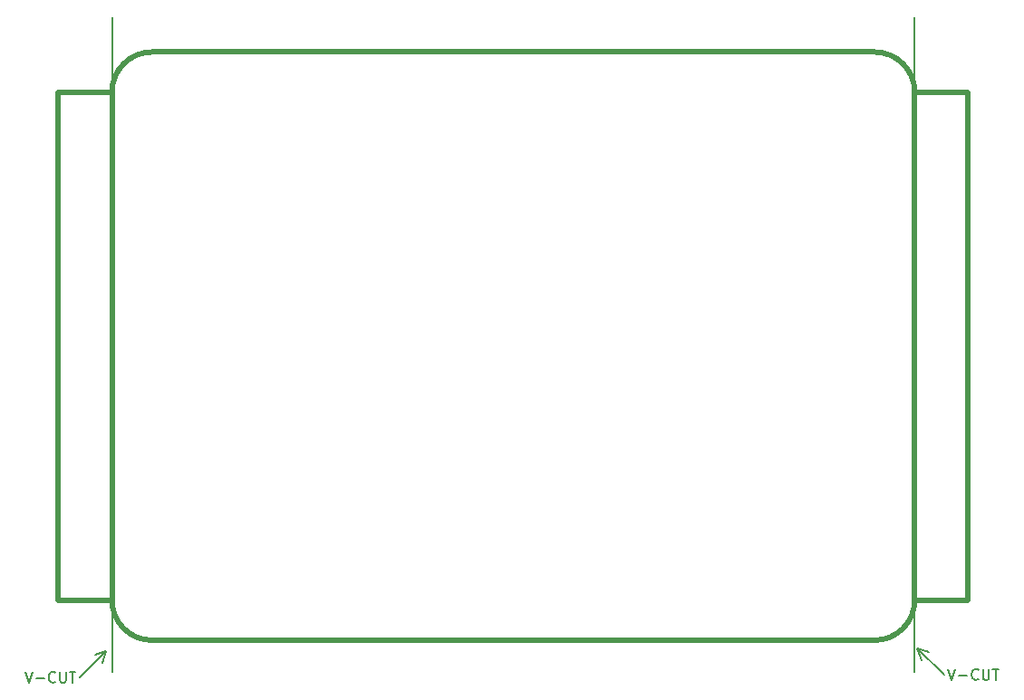
<source format=gbr>
%TF.GenerationSoftware,KiCad,Pcbnew,(6.0.1-0)*%
%TF.CreationDate,2022-12-27T13:33:37-05:00*%
%TF.ProjectId,EX-PCB-10108-001,45582d50-4342-42d3-9130-3130382d3030,A*%
%TF.SameCoordinates,Original*%
%TF.FileFunction,Other,Comment*%
%FSLAX46Y46*%
G04 Gerber Fmt 4.6, Leading zero omitted, Abs format (unit mm)*
G04 Created by KiCad (PCBNEW (6.0.1-0)) date 2022-12-27 13:33:37*
%MOMM*%
%LPD*%
G01*
G04 APERTURE LIST*
%ADD10C,0.150000*%
%TA.AperFunction,Profile*%
%ADD11C,0.500000*%
%TD*%
G04 APERTURE END LIST*
D10*
X45937437Y-137562563D02*
X45583883Y-138623223D01*
X121712563Y-137312563D02*
X122773223Y-137666117D01*
X121450000Y-78300000D02*
X121450000Y-139550000D01*
X45937437Y-137562563D02*
X44876777Y-137916117D01*
X121712563Y-137312563D02*
X122066117Y-138373223D01*
X45937437Y-137562563D02*
X43462563Y-140037437D01*
X46450000Y-78300000D02*
X46450000Y-139550000D01*
X121712563Y-137312563D02*
X124187437Y-139787437D01*
D11*
X46450000Y-85300000D02*
X46450000Y-132800000D01*
X46450000Y-132800000D02*
G75*
G03*
X50200000Y-136550000I3750001J1D01*
G01*
X126450000Y-85300000D02*
X126450000Y-132800000D01*
X121450000Y-85300000D02*
G75*
G03*
X117700000Y-81550000I-3750001J-1D01*
G01*
X121450000Y-85300000D02*
X121450000Y-132800000D01*
X121450000Y-132800000D02*
X126450000Y-132800000D01*
X117700000Y-136550000D02*
X50200000Y-136550000D01*
X41450000Y-132800000D02*
X46450000Y-132800000D01*
X117700000Y-136550000D02*
G75*
G03*
X121450000Y-132800000I-1J3750001D01*
G01*
X126450000Y-85300000D02*
X121450000Y-85300000D01*
X50200000Y-81550000D02*
G75*
G03*
X46450000Y-85300000I1J-3750001D01*
G01*
X41450000Y-85300000D02*
X46450000Y-85300000D01*
X41450000Y-85300000D02*
X41450000Y-132800000D01*
X117700000Y-81550000D02*
X50200000Y-81550000D01*
D10*
X124592857Y-139252380D02*
X124926190Y-140252380D01*
X125259523Y-139252380D01*
X125592857Y-139871428D02*
X126354761Y-139871428D01*
X127402380Y-140157142D02*
X127354761Y-140204761D01*
X127211904Y-140252380D01*
X127116666Y-140252380D01*
X126973809Y-140204761D01*
X126878571Y-140109523D01*
X126830952Y-140014285D01*
X126783333Y-139823809D01*
X126783333Y-139680952D01*
X126830952Y-139490476D01*
X126878571Y-139395238D01*
X126973809Y-139300000D01*
X127116666Y-139252380D01*
X127211904Y-139252380D01*
X127354761Y-139300000D01*
X127402380Y-139347619D01*
X127830952Y-139252380D02*
X127830952Y-140061904D01*
X127878571Y-140157142D01*
X127926190Y-140204761D01*
X128021428Y-140252380D01*
X128211904Y-140252380D01*
X128307142Y-140204761D01*
X128354761Y-140157142D01*
X128402380Y-140061904D01*
X128402380Y-139252380D01*
X128735714Y-139252380D02*
X129307142Y-139252380D01*
X129021428Y-140252380D02*
X129021428Y-139252380D01*
X38342857Y-139502380D02*
X38676190Y-140502380D01*
X39009523Y-139502380D01*
X39342857Y-140121428D02*
X40104761Y-140121428D01*
X41152380Y-140407142D02*
X41104761Y-140454761D01*
X40961904Y-140502380D01*
X40866666Y-140502380D01*
X40723809Y-140454761D01*
X40628571Y-140359523D01*
X40580952Y-140264285D01*
X40533333Y-140073809D01*
X40533333Y-139930952D01*
X40580952Y-139740476D01*
X40628571Y-139645238D01*
X40723809Y-139550000D01*
X40866666Y-139502380D01*
X40961904Y-139502380D01*
X41104761Y-139550000D01*
X41152380Y-139597619D01*
X41580952Y-139502380D02*
X41580952Y-140311904D01*
X41628571Y-140407142D01*
X41676190Y-140454761D01*
X41771428Y-140502380D01*
X41961904Y-140502380D01*
X42057142Y-140454761D01*
X42104761Y-140407142D01*
X42152380Y-140311904D01*
X42152380Y-139502380D01*
X42485714Y-139502380D02*
X43057142Y-139502380D01*
X42771428Y-140502380D02*
X42771428Y-139502380D01*
M02*

</source>
